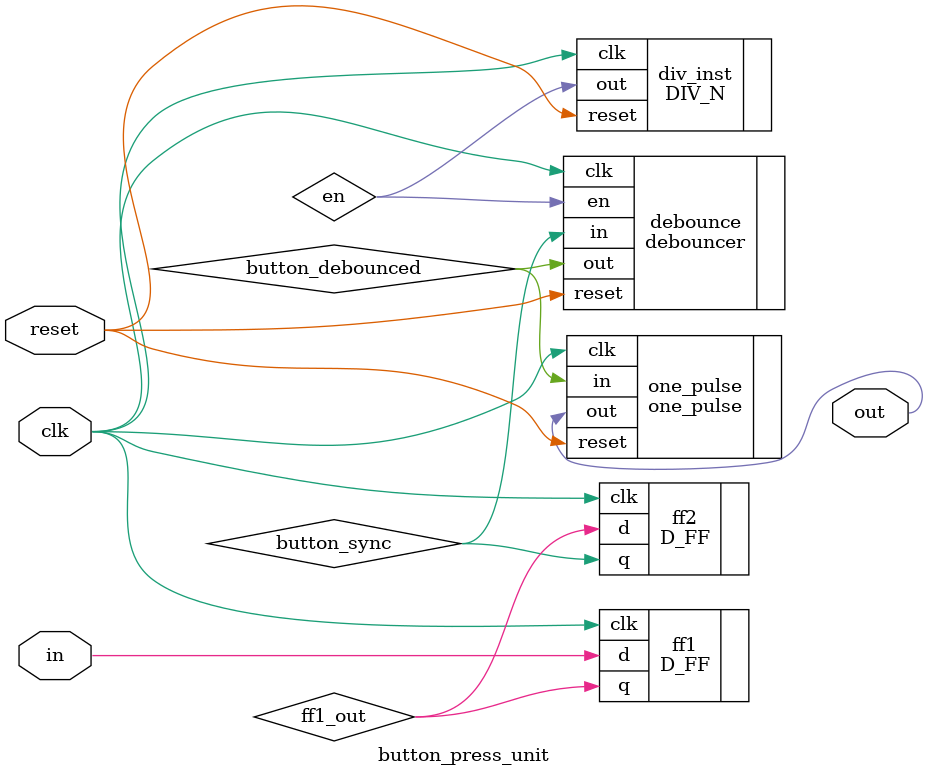
<source format=v>
module button_press_unit(
   clk,
   reset,
   in,
   out
   );
   
	// The WIDTH parameter determines how long to wait for the bouncing to stop.
   parameter WIDTH = 17;
   
	// Standard system clock and reset
   input clk;
   input reset;

	// The async, bouncy input
   input in;
	// The synchronous, clean, one-pulsed output
   output out;
	//------2^^17·ÖÆµÆ÷£º²úÉúÖÜÆÚÔ¼1.31msµÄÂö³åen----//
	wire en;
	DIV_N  #(WIDTH)  div_inst(
	 .clk(clk), 
	 .reset(reset),
    .out(en));
	
	//---- Synchronize our input(Í¬²½Æ÷)--------//
   wire button_sync;
   wire ff1_out;
	D_FF ff1(.clk(clk), .d(in), .q(ff1_out));
   D_FF ff2(.clk(clk), .d(ff1_out), .q(button_sync));
	
	
	
	//--- Debounce our synchronized input(Ïû²ü)--//
  
    wire button_debounced;
   debouncer #(3) debounce(.clk(clk), .reset(reset), .en(en), .in(button_sync), .out(button_debounced));
   
   // One-pulse our debounced input(Âö¿í±ä»»)
   one_pulse one_pulse(.clk(clk), .reset(reset), .in(button_debounced), .out(out));

endmodule
   
</source>
